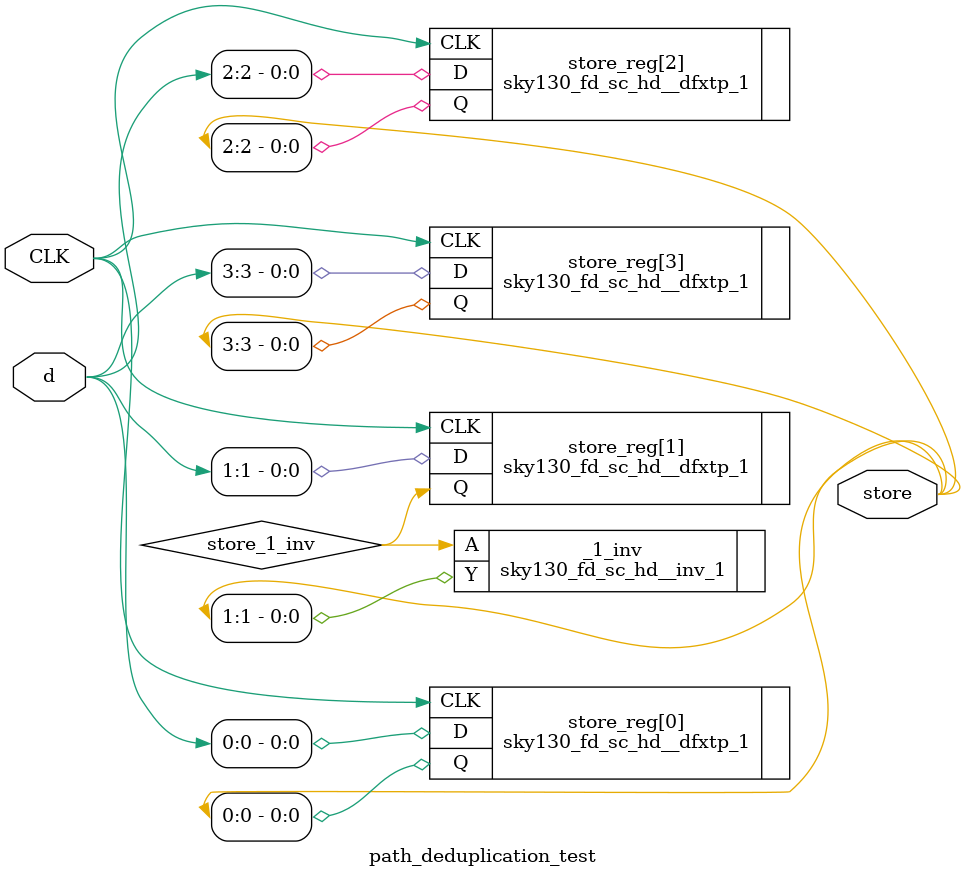
<source format=v>
module path_deduplication_test(
	input CLK,
	input[3:0] d,
	output[3:0] store
);
	sky130_fd_sc_hd__dfxtp_1 \store_reg[0] (
		.CLK(CLK),
		.D(d[0]),
		.Q(store[0])
	);
	
	wire store_1_inv;
	sky130_fd_sc_hd__dfxtp_1 \store_reg[1] (
		.CLK(CLK),
		.D(d[1]),
		.Q(store_1_inv)
	);
	sky130_fd_sc_hd__inv_1 _1_inv(
		.Y(store[1]),
		.A(store_1_inv)
	);

	sky130_fd_sc_hd__dfxtp_1 \store_reg[2] (
		.CLK(CLK),
		.D(d[2]),
		.Q(store[2])
	);

	sky130_fd_sc_hd__dfxtp_1 \store_reg[3] (
		.CLK(CLK),
		.D(d[3]),
		.Q(store[3])
	);
endmodule

</source>
